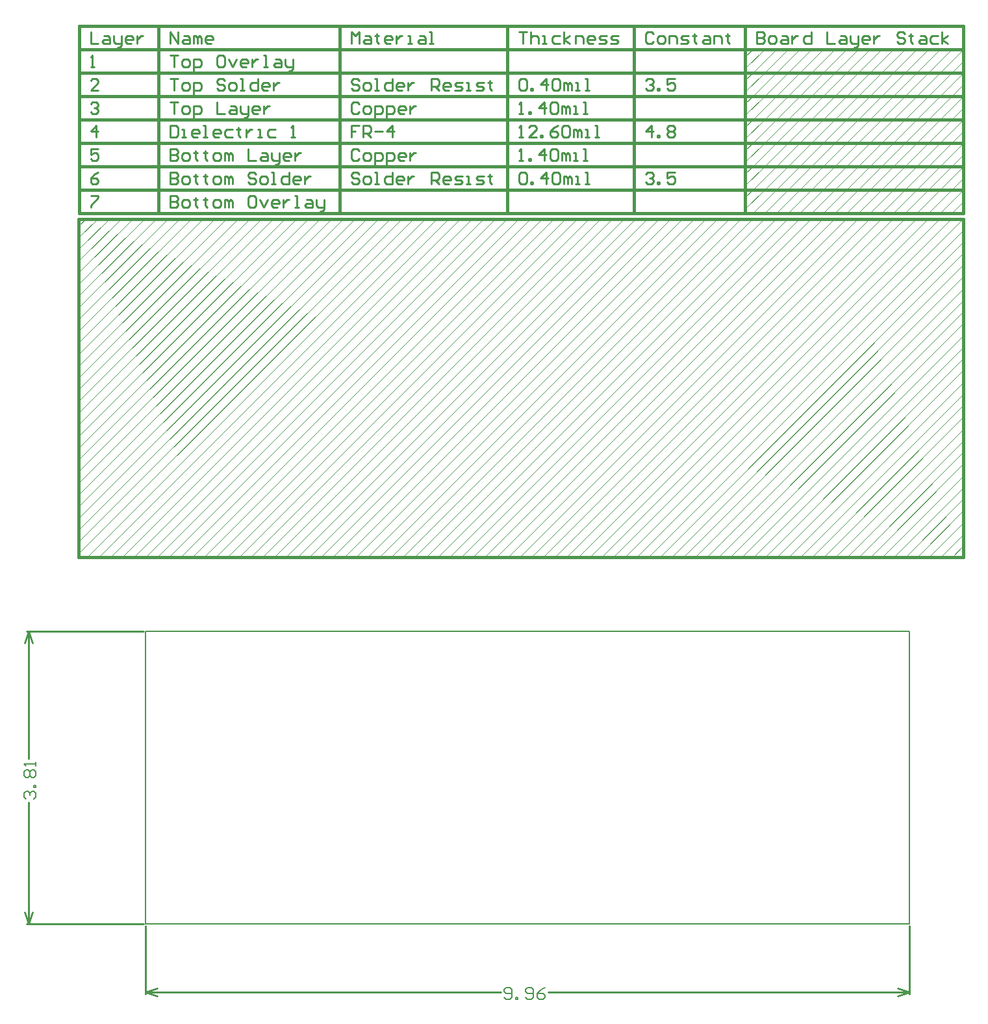
<source format=gm1>
G04 Layer_Color=16711935*
%FSLAX23Y23*%
%MOIN*%
G70*
G01*
G75*
%ADD14C,0.015*%
%ADD24C,0.010*%
%ADD42C,0.001*%
%ADD43C,0.006*%
D14*
X-343Y1878D02*
X4196D01*
Y3614D01*
X-343D02*
X4196D01*
X-343Y1878D02*
Y3614D01*
X4196Y3644D02*
Y4604D01*
X3077Y4364D02*
X4196D01*
X3077Y4244D02*
X4196D01*
X3077Y4124D02*
X4196D01*
X3077Y4004D02*
X4196D01*
X3077Y3884D02*
X4196D01*
X3077Y3764D02*
X4196D01*
X3077Y3644D02*
X4196D01*
X3077D02*
Y4604D01*
X2507Y4364D02*
X3077D01*
X2507Y4244D02*
X3077D01*
X2507Y4124D02*
X3077D01*
X2507Y4004D02*
X3077D01*
X2507Y3884D02*
X3077D01*
X2507Y3764D02*
X3077D01*
X2507Y3644D02*
X3077D01*
X2507D02*
Y4604D01*
X1857Y4364D02*
X2507D01*
X1857Y4244D02*
X2507D01*
X1857Y4124D02*
X2507D01*
X1857Y4004D02*
X2507D01*
X1857Y3884D02*
X2507D01*
X1857Y3764D02*
X2507D01*
X1857Y3644D02*
X2507D01*
X1857D02*
Y4604D01*
X997Y4364D02*
X1857D01*
X997Y4244D02*
X1857D01*
X997Y4124D02*
X1857D01*
X997Y4004D02*
X1857D01*
X997Y3884D02*
X1857D01*
X997Y3764D02*
X1857D01*
X997Y3644D02*
X1857D01*
X997D02*
Y4604D01*
X67Y4364D02*
X997D01*
X67Y4244D02*
X997D01*
X67Y4124D02*
X997D01*
X67Y4004D02*
X997D01*
X67Y3884D02*
X997D01*
X67Y3764D02*
X997D01*
X67Y3644D02*
X997D01*
X67D02*
Y4604D01*
X-342Y4364D02*
X67D01*
X-342Y4244D02*
X67D01*
X-342Y4124D02*
X67D01*
X-342Y4004D02*
X67D01*
X-342Y3884D02*
X67D01*
X-342Y3764D02*
X67D01*
X-342Y3644D02*
X67D01*
X-342D02*
Y4604D01*
X4196D01*
X-342Y4484D02*
X4196D01*
D24*
X3920Y-360D02*
Y-10D01*
X0Y-360D02*
Y-10D01*
X2065Y-350D02*
X3920D01*
X0D02*
X1823D01*
X3860Y-330D02*
X3920Y-350D01*
X3860Y-370D02*
X3920Y-350D01*
X0D02*
X60Y-370D01*
X0Y-350D02*
X60Y-330D01*
X-610Y0D02*
X-10D01*
X-610Y1500D02*
X-10D01*
X-600Y0D02*
Y623D01*
Y845D02*
Y1500D01*
Y0D02*
X-580Y60D01*
X-620D02*
X-600Y0D01*
X-620Y1440D02*
X-600Y1500D01*
X-580Y1440D01*
X3137Y4574D02*
Y4514D01*
X3167D01*
X3177Y4524D01*
Y4534D01*
X3167Y4544D01*
X3137D01*
X3167D01*
X3177Y4554D01*
Y4564D01*
X3167Y4574D01*
X3137D01*
X3207Y4514D02*
X3227D01*
X3237Y4524D01*
Y4544D01*
X3227Y4554D01*
X3207D01*
X3197Y4544D01*
Y4524D01*
X3207Y4514D01*
X3267Y4554D02*
X3287D01*
X3297Y4544D01*
Y4514D01*
X3267D01*
X3257Y4524D01*
X3267Y4534D01*
X3297D01*
X3317Y4554D02*
Y4514D01*
Y4534D01*
X3327Y4544D01*
X3337Y4554D01*
X3347D01*
X3417Y4574D02*
Y4514D01*
X3387D01*
X3377Y4524D01*
Y4544D01*
X3387Y4554D01*
X3417D01*
X3497Y4574D02*
Y4514D01*
X3536D01*
X3566Y4554D02*
X3586D01*
X3596Y4544D01*
Y4514D01*
X3566D01*
X3556Y4524D01*
X3566Y4534D01*
X3596D01*
X3616Y4554D02*
Y4524D01*
X3626Y4514D01*
X3656D01*
Y4504D01*
X3646Y4494D01*
X3636D01*
X3656Y4514D02*
Y4554D01*
X3706Y4514D02*
X3686D01*
X3676Y4524D01*
Y4544D01*
X3686Y4554D01*
X3706D01*
X3716Y4544D01*
Y4534D01*
X3676D01*
X3736Y4554D02*
Y4514D01*
Y4534D01*
X3746Y4544D01*
X3756Y4554D01*
X3766D01*
X3896Y4564D02*
X3886Y4574D01*
X3866D01*
X3856Y4564D01*
Y4554D01*
X3866Y4544D01*
X3886D01*
X3896Y4534D01*
Y4524D01*
X3886Y4514D01*
X3866D01*
X3856Y4524D01*
X3926Y4564D02*
Y4554D01*
X3916D01*
X3936D01*
X3926D01*
Y4524D01*
X3936Y4514D01*
X3976Y4554D02*
X3996D01*
X4006Y4544D01*
Y4514D01*
X3976D01*
X3966Y4524D01*
X3976Y4534D01*
X4006D01*
X4066Y4554D02*
X4036D01*
X4026Y4544D01*
Y4524D01*
X4036Y4514D01*
X4066D01*
X4086D02*
Y4574D01*
Y4534D02*
X4116Y4554D01*
X4086Y4534D02*
X4116Y4514D01*
X2567Y4324D02*
X2577Y4334D01*
X2597D01*
X2607Y4324D01*
Y4314D01*
X2597Y4304D01*
X2587D01*
X2597D01*
X2607Y4294D01*
Y4284D01*
X2597Y4274D01*
X2577D01*
X2567Y4284D01*
X2627Y4274D02*
Y4284D01*
X2637D01*
Y4274D01*
X2627D01*
X2717Y4334D02*
X2677D01*
Y4304D01*
X2697Y4314D01*
X2707D01*
X2717Y4304D01*
Y4284D01*
X2707Y4274D01*
X2687D01*
X2677Y4284D01*
X2597Y4034D02*
Y4094D01*
X2567Y4064D01*
X2607D01*
X2627Y4034D02*
Y4044D01*
X2637D01*
Y4034D01*
X2627D01*
X2677Y4084D02*
X2687Y4094D01*
X2707D01*
X2717Y4084D01*
Y4074D01*
X2707Y4064D01*
X2717Y4054D01*
Y4044D01*
X2707Y4034D01*
X2687D01*
X2677Y4044D01*
Y4054D01*
X2687Y4064D01*
X2677Y4074D01*
Y4084D01*
X2687Y4064D02*
X2707D01*
X2567Y3844D02*
X2577Y3854D01*
X2597D01*
X2607Y3844D01*
Y3834D01*
X2597Y3824D01*
X2587D01*
X2597D01*
X2607Y3814D01*
Y3804D01*
X2597Y3794D01*
X2577D01*
X2567Y3804D01*
X2627Y3794D02*
Y3804D01*
X2637D01*
Y3794D01*
X2627D01*
X2717Y3854D02*
X2677D01*
Y3824D01*
X2697Y3834D01*
X2707D01*
X2717Y3824D01*
Y3804D01*
X2707Y3794D01*
X2687D01*
X2677Y3804D01*
X2607Y4564D02*
X2597Y4574D01*
X2577D01*
X2567Y4564D01*
Y4524D01*
X2577Y4514D01*
X2597D01*
X2607Y4524D01*
X2637Y4514D02*
X2657D01*
X2667Y4524D01*
Y4544D01*
X2657Y4554D01*
X2637D01*
X2627Y4544D01*
Y4524D01*
X2637Y4514D01*
X2687D02*
Y4554D01*
X2717D01*
X2727Y4544D01*
Y4514D01*
X2747D02*
X2777D01*
X2787Y4524D01*
X2777Y4534D01*
X2757D01*
X2747Y4544D01*
X2757Y4554D01*
X2787D01*
X2817Y4564D02*
Y4554D01*
X2807D01*
X2827D01*
X2817D01*
Y4524D01*
X2827Y4514D01*
X2867Y4554D02*
X2887D01*
X2897Y4544D01*
Y4514D01*
X2867D01*
X2857Y4524D01*
X2867Y4534D01*
X2897D01*
X2917Y4514D02*
Y4554D01*
X2947D01*
X2957Y4544D01*
Y4514D01*
X2987Y4564D02*
Y4554D01*
X2977D01*
X2997D01*
X2987D01*
Y4524D01*
X2997Y4514D01*
X1917Y4324D02*
X1927Y4334D01*
X1947D01*
X1957Y4324D01*
Y4284D01*
X1947Y4274D01*
X1927D01*
X1917Y4284D01*
Y4324D01*
X1977Y4274D02*
Y4284D01*
X1987D01*
Y4274D01*
X1977D01*
X2057D02*
Y4334D01*
X2027Y4304D01*
X2067D01*
X2087Y4324D02*
X2097Y4334D01*
X2117D01*
X2127Y4324D01*
Y4284D01*
X2117Y4274D01*
X2097D01*
X2087Y4284D01*
Y4324D01*
X2147Y4274D02*
Y4314D01*
X2157D01*
X2167Y4304D01*
Y4274D01*
Y4304D01*
X2177Y4314D01*
X2187Y4304D01*
Y4274D01*
X2207D02*
X2227D01*
X2217D01*
Y4314D01*
X2207D01*
X2257Y4274D02*
X2277D01*
X2267D01*
Y4334D01*
X2257D01*
X1917Y4154D02*
X1937D01*
X1927D01*
Y4214D01*
X1917Y4204D01*
X1967Y4154D02*
Y4164D01*
X1977D01*
Y4154D01*
X1967D01*
X2047D02*
Y4214D01*
X2017Y4184D01*
X2057D01*
X2077Y4204D02*
X2087Y4214D01*
X2107D01*
X2117Y4204D01*
Y4164D01*
X2107Y4154D01*
X2087D01*
X2077Y4164D01*
Y4204D01*
X2137Y4154D02*
Y4194D01*
X2147D01*
X2157Y4184D01*
Y4154D01*
Y4184D01*
X2167Y4194D01*
X2177Y4184D01*
Y4154D01*
X2197D02*
X2217D01*
X2207D01*
Y4194D01*
X2197D01*
X2247Y4154D02*
X2267D01*
X2257D01*
Y4214D01*
X2247D01*
X1917Y4034D02*
X1937D01*
X1927D01*
Y4094D01*
X1917Y4084D01*
X2007Y4034D02*
X1967D01*
X2007Y4074D01*
Y4084D01*
X1997Y4094D01*
X1977D01*
X1967Y4084D01*
X2027Y4034D02*
Y4044D01*
X2037D01*
Y4034D01*
X2027D01*
X2117Y4094D02*
X2097Y4084D01*
X2077Y4064D01*
Y4044D01*
X2087Y4034D01*
X2107D01*
X2117Y4044D01*
Y4054D01*
X2107Y4064D01*
X2077D01*
X2137Y4084D02*
X2147Y4094D01*
X2167D01*
X2177Y4084D01*
Y4044D01*
X2167Y4034D01*
X2147D01*
X2137Y4044D01*
Y4084D01*
X2197Y4034D02*
Y4074D01*
X2207D01*
X2217Y4064D01*
Y4034D01*
Y4064D01*
X2227Y4074D01*
X2237Y4064D01*
Y4034D01*
X2257D02*
X2277D01*
X2267D01*
Y4074D01*
X2257D01*
X2307Y4034D02*
X2327D01*
X2317D01*
Y4094D01*
X2307D01*
X1917Y3914D02*
X1937D01*
X1927D01*
Y3974D01*
X1917Y3964D01*
X1967Y3914D02*
Y3924D01*
X1977D01*
Y3914D01*
X1967D01*
X2047D02*
Y3974D01*
X2017Y3944D01*
X2057D01*
X2077Y3964D02*
X2087Y3974D01*
X2107D01*
X2117Y3964D01*
Y3924D01*
X2107Y3914D01*
X2087D01*
X2077Y3924D01*
Y3964D01*
X2137Y3914D02*
Y3954D01*
X2147D01*
X2157Y3944D01*
Y3914D01*
Y3944D01*
X2167Y3954D01*
X2177Y3944D01*
Y3914D01*
X2197D02*
X2217D01*
X2207D01*
Y3954D01*
X2197D01*
X2247Y3914D02*
X2267D01*
X2257D01*
Y3974D01*
X2247D01*
X1917Y3844D02*
X1927Y3854D01*
X1947D01*
X1957Y3844D01*
Y3804D01*
X1947Y3794D01*
X1927D01*
X1917Y3804D01*
Y3844D01*
X1977Y3794D02*
Y3804D01*
X1987D01*
Y3794D01*
X1977D01*
X2057D02*
Y3854D01*
X2027Y3824D01*
X2067D01*
X2087Y3844D02*
X2097Y3854D01*
X2117D01*
X2127Y3844D01*
Y3804D01*
X2117Y3794D01*
X2097D01*
X2087Y3804D01*
Y3844D01*
X2147Y3794D02*
Y3834D01*
X2157D01*
X2167Y3824D01*
Y3794D01*
Y3824D01*
X2177Y3834D01*
X2187Y3824D01*
Y3794D01*
X2207D02*
X2227D01*
X2217D01*
Y3834D01*
X2207D01*
X2257Y3794D02*
X2277D01*
X2267D01*
Y3854D01*
X2257D01*
X1917Y4574D02*
X1957D01*
X1937D01*
Y4514D01*
X1977Y4574D02*
Y4514D01*
Y4544D01*
X1987Y4554D01*
X2007D01*
X2017Y4544D01*
Y4514D01*
X2037D02*
X2057D01*
X2047D01*
Y4554D01*
X2037D01*
X2127D02*
X2097D01*
X2087Y4544D01*
Y4524D01*
X2097Y4514D01*
X2127D01*
X2147D02*
Y4574D01*
Y4534D02*
X2177Y4554D01*
X2147Y4534D02*
X2177Y4514D01*
X2207D02*
Y4554D01*
X2237D01*
X2247Y4544D01*
Y4514D01*
X2297D02*
X2277D01*
X2267Y4524D01*
Y4544D01*
X2277Y4554D01*
X2297D01*
X2307Y4544D01*
Y4534D01*
X2267D01*
X2327Y4514D02*
X2357D01*
X2367Y4524D01*
X2357Y4534D01*
X2337D01*
X2327Y4544D01*
X2337Y4554D01*
X2367D01*
X2387Y4514D02*
X2417D01*
X2427Y4524D01*
X2417Y4534D01*
X2397D01*
X2387Y4544D01*
X2397Y4554D01*
X2427D01*
X1097Y4324D02*
X1087Y4334D01*
X1067D01*
X1057Y4324D01*
Y4314D01*
X1067Y4304D01*
X1087D01*
X1097Y4294D01*
Y4284D01*
X1087Y4274D01*
X1067D01*
X1057Y4284D01*
X1127Y4274D02*
X1147D01*
X1157Y4284D01*
Y4304D01*
X1147Y4314D01*
X1127D01*
X1117Y4304D01*
Y4284D01*
X1127Y4274D01*
X1177D02*
X1197D01*
X1187D01*
Y4334D01*
X1177D01*
X1267D02*
Y4274D01*
X1237D01*
X1227Y4284D01*
Y4304D01*
X1237Y4314D01*
X1267D01*
X1317Y4274D02*
X1297D01*
X1287Y4284D01*
Y4304D01*
X1297Y4314D01*
X1317D01*
X1327Y4304D01*
Y4294D01*
X1287D01*
X1347Y4314D02*
Y4274D01*
Y4294D01*
X1357Y4304D01*
X1367Y4314D01*
X1377D01*
X1467Y4274D02*
Y4334D01*
X1497D01*
X1507Y4324D01*
Y4304D01*
X1497Y4294D01*
X1467D01*
X1487D02*
X1507Y4274D01*
X1557D02*
X1537D01*
X1527Y4284D01*
Y4304D01*
X1537Y4314D01*
X1557D01*
X1567Y4304D01*
Y4294D01*
X1527D01*
X1587Y4274D02*
X1617D01*
X1627Y4284D01*
X1617Y4294D01*
X1597D01*
X1587Y4304D01*
X1597Y4314D01*
X1627D01*
X1647Y4274D02*
X1667D01*
X1657D01*
Y4314D01*
X1647D01*
X1697Y4274D02*
X1727D01*
X1737Y4284D01*
X1727Y4294D01*
X1707D01*
X1697Y4304D01*
X1707Y4314D01*
X1737D01*
X1767Y4324D02*
Y4314D01*
X1757D01*
X1777D01*
X1767D01*
Y4284D01*
X1777Y4274D01*
X1097Y4204D02*
X1087Y4214D01*
X1067D01*
X1057Y4204D01*
Y4164D01*
X1067Y4154D01*
X1087D01*
X1097Y4164D01*
X1127Y4154D02*
X1147D01*
X1157Y4164D01*
Y4184D01*
X1147Y4194D01*
X1127D01*
X1117Y4184D01*
Y4164D01*
X1127Y4154D01*
X1177Y4134D02*
Y4194D01*
X1207D01*
X1217Y4184D01*
Y4164D01*
X1207Y4154D01*
X1177D01*
X1237Y4134D02*
Y4194D01*
X1267D01*
X1277Y4184D01*
Y4164D01*
X1267Y4154D01*
X1237D01*
X1327D02*
X1307D01*
X1297Y4164D01*
Y4184D01*
X1307Y4194D01*
X1327D01*
X1337Y4184D01*
Y4174D01*
X1297D01*
X1357Y4194D02*
Y4154D01*
Y4174D01*
X1367Y4184D01*
X1377Y4194D01*
X1387D01*
X1097Y4094D02*
X1057D01*
Y4064D01*
X1077D01*
X1057D01*
Y4034D01*
X1117D02*
Y4094D01*
X1147D01*
X1157Y4084D01*
Y4064D01*
X1147Y4054D01*
X1117D01*
X1137D02*
X1157Y4034D01*
X1177Y4064D02*
X1217D01*
X1267Y4034D02*
Y4094D01*
X1237Y4064D01*
X1277D01*
X1097Y3964D02*
X1087Y3974D01*
X1067D01*
X1057Y3964D01*
Y3924D01*
X1067Y3914D01*
X1087D01*
X1097Y3924D01*
X1127Y3914D02*
X1147D01*
X1157Y3924D01*
Y3944D01*
X1147Y3954D01*
X1127D01*
X1117Y3944D01*
Y3924D01*
X1127Y3914D01*
X1177Y3894D02*
Y3954D01*
X1207D01*
X1217Y3944D01*
Y3924D01*
X1207Y3914D01*
X1177D01*
X1237Y3894D02*
Y3954D01*
X1267D01*
X1277Y3944D01*
Y3924D01*
X1267Y3914D01*
X1237D01*
X1327D02*
X1307D01*
X1297Y3924D01*
Y3944D01*
X1307Y3954D01*
X1327D01*
X1337Y3944D01*
Y3934D01*
X1297D01*
X1357Y3954D02*
Y3914D01*
Y3934D01*
X1367Y3944D01*
X1377Y3954D01*
X1387D01*
X1097Y3844D02*
X1087Y3854D01*
X1067D01*
X1057Y3844D01*
Y3834D01*
X1067Y3824D01*
X1087D01*
X1097Y3814D01*
Y3804D01*
X1087Y3794D01*
X1067D01*
X1057Y3804D01*
X1127Y3794D02*
X1147D01*
X1157Y3804D01*
Y3824D01*
X1147Y3834D01*
X1127D01*
X1117Y3824D01*
Y3804D01*
X1127Y3794D01*
X1177D02*
X1197D01*
X1187D01*
Y3854D01*
X1177D01*
X1267D02*
Y3794D01*
X1237D01*
X1227Y3804D01*
Y3824D01*
X1237Y3834D01*
X1267D01*
X1317Y3794D02*
X1297D01*
X1287Y3804D01*
Y3824D01*
X1297Y3834D01*
X1317D01*
X1327Y3824D01*
Y3814D01*
X1287D01*
X1347Y3834D02*
Y3794D01*
Y3814D01*
X1357Y3824D01*
X1367Y3834D01*
X1377D01*
X1467Y3794D02*
Y3854D01*
X1497D01*
X1507Y3844D01*
Y3824D01*
X1497Y3814D01*
X1467D01*
X1487D02*
X1507Y3794D01*
X1557D02*
X1537D01*
X1527Y3804D01*
Y3824D01*
X1537Y3834D01*
X1557D01*
X1567Y3824D01*
Y3814D01*
X1527D01*
X1587Y3794D02*
X1617D01*
X1627Y3804D01*
X1617Y3814D01*
X1597D01*
X1587Y3824D01*
X1597Y3834D01*
X1627D01*
X1647Y3794D02*
X1667D01*
X1657D01*
Y3834D01*
X1647D01*
X1697Y3794D02*
X1727D01*
X1737Y3804D01*
X1727Y3814D01*
X1707D01*
X1697Y3824D01*
X1707Y3834D01*
X1737D01*
X1767Y3844D02*
Y3834D01*
X1757D01*
X1777D01*
X1767D01*
Y3804D01*
X1777Y3794D01*
X1057Y4514D02*
Y4574D01*
X1077Y4554D01*
X1097Y4574D01*
Y4514D01*
X1127Y4554D02*
X1147D01*
X1157Y4544D01*
Y4514D01*
X1127D01*
X1117Y4524D01*
X1127Y4534D01*
X1157D01*
X1187Y4564D02*
Y4554D01*
X1177D01*
X1197D01*
X1187D01*
Y4524D01*
X1197Y4514D01*
X1257D02*
X1237D01*
X1227Y4524D01*
Y4544D01*
X1237Y4554D01*
X1257D01*
X1267Y4544D01*
Y4534D01*
X1227D01*
X1287Y4554D02*
Y4514D01*
Y4534D01*
X1297Y4544D01*
X1307Y4554D01*
X1317D01*
X1347Y4514D02*
X1367D01*
X1357D01*
Y4554D01*
X1347D01*
X1407D02*
X1427D01*
X1437Y4544D01*
Y4514D01*
X1407D01*
X1397Y4524D01*
X1407Y4534D01*
X1437D01*
X1457Y4514D02*
X1477D01*
X1467D01*
Y4574D01*
X1457D01*
X127Y4454D02*
X167D01*
X147D01*
Y4394D01*
X197D02*
X217D01*
X227Y4404D01*
Y4424D01*
X217Y4434D01*
X197D01*
X187Y4424D01*
Y4404D01*
X197Y4394D01*
X247Y4374D02*
Y4434D01*
X277D01*
X287Y4424D01*
Y4404D01*
X277Y4394D01*
X247D01*
X397Y4454D02*
X377D01*
X367Y4444D01*
Y4404D01*
X377Y4394D01*
X397D01*
X407Y4404D01*
Y4444D01*
X397Y4454D01*
X427Y4434D02*
X447Y4394D01*
X467Y4434D01*
X517Y4394D02*
X497D01*
X487Y4404D01*
Y4424D01*
X497Y4434D01*
X517D01*
X527Y4424D01*
Y4414D01*
X487D01*
X547Y4434D02*
Y4394D01*
Y4414D01*
X557Y4424D01*
X567Y4434D01*
X577D01*
X607Y4394D02*
X627D01*
X617D01*
Y4454D01*
X607D01*
X667Y4434D02*
X687D01*
X697Y4424D01*
Y4394D01*
X667D01*
X657Y4404D01*
X667Y4414D01*
X697D01*
X717Y4434D02*
Y4404D01*
X727Y4394D01*
X757D01*
Y4384D01*
X747Y4374D01*
X737D01*
X757Y4394D02*
Y4434D01*
X127Y4334D02*
X167D01*
X147D01*
Y4274D01*
X197D02*
X217D01*
X227Y4284D01*
Y4304D01*
X217Y4314D01*
X197D01*
X187Y4304D01*
Y4284D01*
X197Y4274D01*
X247Y4254D02*
Y4314D01*
X277D01*
X287Y4304D01*
Y4284D01*
X277Y4274D01*
X247D01*
X407Y4324D02*
X397Y4334D01*
X377D01*
X367Y4324D01*
Y4314D01*
X377Y4304D01*
X397D01*
X407Y4294D01*
Y4284D01*
X397Y4274D01*
X377D01*
X367Y4284D01*
X437Y4274D02*
X457D01*
X467Y4284D01*
Y4304D01*
X457Y4314D01*
X437D01*
X427Y4304D01*
Y4284D01*
X437Y4274D01*
X487D02*
X507D01*
X497D01*
Y4334D01*
X487D01*
X577D02*
Y4274D01*
X547D01*
X537Y4284D01*
Y4304D01*
X547Y4314D01*
X577D01*
X627Y4274D02*
X607D01*
X597Y4284D01*
Y4304D01*
X607Y4314D01*
X627D01*
X637Y4304D01*
Y4294D01*
X597D01*
X657Y4314D02*
Y4274D01*
Y4294D01*
X667Y4304D01*
X677Y4314D01*
X687D01*
X127Y4214D02*
X167D01*
X147D01*
Y4154D01*
X197D02*
X217D01*
X227Y4164D01*
Y4184D01*
X217Y4194D01*
X197D01*
X187Y4184D01*
Y4164D01*
X197Y4154D01*
X247Y4134D02*
Y4194D01*
X277D01*
X287Y4184D01*
Y4164D01*
X277Y4154D01*
X247D01*
X367Y4214D02*
Y4154D01*
X407D01*
X437Y4194D02*
X457D01*
X467Y4184D01*
Y4154D01*
X437D01*
X427Y4164D01*
X437Y4174D01*
X467D01*
X487Y4194D02*
Y4164D01*
X497Y4154D01*
X527D01*
Y4144D01*
X517Y4134D01*
X507D01*
X527Y4154D02*
Y4194D01*
X577Y4154D02*
X557D01*
X547Y4164D01*
Y4184D01*
X557Y4194D01*
X577D01*
X587Y4184D01*
Y4174D01*
X547D01*
X607Y4194D02*
Y4154D01*
Y4174D01*
X617Y4184D01*
X627Y4194D01*
X637D01*
X127Y4094D02*
Y4034D01*
X157D01*
X167Y4044D01*
Y4084D01*
X157Y4094D01*
X127D01*
X187Y4034D02*
X207D01*
X197D01*
Y4074D01*
X187D01*
X267Y4034D02*
X247D01*
X237Y4044D01*
Y4064D01*
X247Y4074D01*
X267D01*
X277Y4064D01*
Y4054D01*
X237D01*
X297Y4034D02*
X317D01*
X307D01*
Y4094D01*
X297D01*
X377Y4034D02*
X357D01*
X347Y4044D01*
Y4064D01*
X357Y4074D01*
X377D01*
X387Y4064D01*
Y4054D01*
X347D01*
X447Y4074D02*
X417D01*
X407Y4064D01*
Y4044D01*
X417Y4034D01*
X447D01*
X477Y4084D02*
Y4074D01*
X467D01*
X487D01*
X477D01*
Y4044D01*
X487Y4034D01*
X517Y4074D02*
Y4034D01*
Y4054D01*
X527Y4064D01*
X537Y4074D01*
X547D01*
X577Y4034D02*
X597D01*
X587D01*
Y4074D01*
X577D01*
X667D02*
X637D01*
X627Y4064D01*
Y4044D01*
X637Y4034D01*
X667D01*
X747D02*
X767D01*
X757D01*
Y4094D01*
X747Y4084D01*
X127Y3974D02*
Y3914D01*
X157D01*
X167Y3924D01*
Y3934D01*
X157Y3944D01*
X127D01*
X157D01*
X167Y3954D01*
Y3964D01*
X157Y3974D01*
X127D01*
X197Y3914D02*
X217D01*
X227Y3924D01*
Y3944D01*
X217Y3954D01*
X197D01*
X187Y3944D01*
Y3924D01*
X197Y3914D01*
X257Y3964D02*
Y3954D01*
X247D01*
X267D01*
X257D01*
Y3924D01*
X267Y3914D01*
X307Y3964D02*
Y3954D01*
X297D01*
X317D01*
X307D01*
Y3924D01*
X317Y3914D01*
X357D02*
X377D01*
X387Y3924D01*
Y3944D01*
X377Y3954D01*
X357D01*
X347Y3944D01*
Y3924D01*
X357Y3914D01*
X407D02*
Y3954D01*
X417D01*
X427Y3944D01*
Y3914D01*
Y3944D01*
X437Y3954D01*
X447Y3944D01*
Y3914D01*
X527Y3974D02*
Y3914D01*
X567D01*
X597Y3954D02*
X617D01*
X627Y3944D01*
Y3914D01*
X597D01*
X587Y3924D01*
X597Y3934D01*
X627D01*
X647Y3954D02*
Y3924D01*
X657Y3914D01*
X687D01*
Y3904D01*
X677Y3894D01*
X667D01*
X687Y3914D02*
Y3954D01*
X737Y3914D02*
X717D01*
X707Y3924D01*
Y3944D01*
X717Y3954D01*
X737D01*
X747Y3944D01*
Y3934D01*
X707D01*
X767Y3954D02*
Y3914D01*
Y3934D01*
X777Y3944D01*
X787Y3954D01*
X797D01*
X127Y3854D02*
Y3794D01*
X157D01*
X167Y3804D01*
Y3814D01*
X157Y3824D01*
X127D01*
X157D01*
X167Y3834D01*
Y3844D01*
X157Y3854D01*
X127D01*
X197Y3794D02*
X217D01*
X227Y3804D01*
Y3824D01*
X217Y3834D01*
X197D01*
X187Y3824D01*
Y3804D01*
X197Y3794D01*
X257Y3844D02*
Y3834D01*
X247D01*
X267D01*
X257D01*
Y3804D01*
X267Y3794D01*
X307Y3844D02*
Y3834D01*
X297D01*
X317D01*
X307D01*
Y3804D01*
X317Y3794D01*
X357D02*
X377D01*
X387Y3804D01*
Y3824D01*
X377Y3834D01*
X357D01*
X347Y3824D01*
Y3804D01*
X357Y3794D01*
X407D02*
Y3834D01*
X417D01*
X427Y3824D01*
Y3794D01*
Y3824D01*
X437Y3834D01*
X447Y3824D01*
Y3794D01*
X567Y3844D02*
X557Y3854D01*
X537D01*
X527Y3844D01*
Y3834D01*
X537Y3824D01*
X557D01*
X567Y3814D01*
Y3804D01*
X557Y3794D01*
X537D01*
X527Y3804D01*
X597Y3794D02*
X617D01*
X627Y3804D01*
Y3824D01*
X617Y3834D01*
X597D01*
X587Y3824D01*
Y3804D01*
X597Y3794D01*
X647D02*
X667D01*
X657D01*
Y3854D01*
X647D01*
X737D02*
Y3794D01*
X707D01*
X697Y3804D01*
Y3824D01*
X707Y3834D01*
X737D01*
X787Y3794D02*
X767D01*
X757Y3804D01*
Y3824D01*
X767Y3834D01*
X787D01*
X797Y3824D01*
Y3814D01*
X757D01*
X817Y3834D02*
Y3794D01*
Y3814D01*
X827Y3824D01*
X837Y3834D01*
X847D01*
X127Y3734D02*
Y3674D01*
X157D01*
X167Y3684D01*
Y3694D01*
X157Y3704D01*
X127D01*
X157D01*
X167Y3714D01*
Y3724D01*
X157Y3734D01*
X127D01*
X197Y3674D02*
X217D01*
X227Y3684D01*
Y3704D01*
X217Y3714D01*
X197D01*
X187Y3704D01*
Y3684D01*
X197Y3674D01*
X257Y3724D02*
Y3714D01*
X247D01*
X267D01*
X257D01*
Y3684D01*
X267Y3674D01*
X307Y3724D02*
Y3714D01*
X297D01*
X317D01*
X307D01*
Y3684D01*
X317Y3674D01*
X357D02*
X377D01*
X387Y3684D01*
Y3704D01*
X377Y3714D01*
X357D01*
X347Y3704D01*
Y3684D01*
X357Y3674D01*
X407D02*
Y3714D01*
X417D01*
X427Y3704D01*
Y3674D01*
Y3704D01*
X437Y3714D01*
X447Y3704D01*
Y3674D01*
X557Y3734D02*
X537D01*
X527Y3724D01*
Y3684D01*
X537Y3674D01*
X557D01*
X567Y3684D01*
Y3724D01*
X557Y3734D01*
X587Y3714D02*
X607Y3674D01*
X627Y3714D01*
X677Y3674D02*
X657D01*
X647Y3684D01*
Y3704D01*
X657Y3714D01*
X677D01*
X687Y3704D01*
Y3694D01*
X647D01*
X707Y3714D02*
Y3674D01*
Y3694D01*
X717Y3704D01*
X727Y3714D01*
X737D01*
X767Y3674D02*
X787D01*
X777D01*
Y3734D01*
X767D01*
X827Y3714D02*
X847D01*
X857Y3704D01*
Y3674D01*
X827D01*
X817Y3684D01*
X827Y3694D01*
X857D01*
X877Y3714D02*
Y3684D01*
X887Y3674D01*
X917D01*
Y3664D01*
X907Y3654D01*
X897D01*
X917Y3674D02*
Y3714D01*
X127Y4514D02*
Y4574D01*
X167Y4514D01*
Y4574D01*
X197Y4554D02*
X217D01*
X227Y4544D01*
Y4514D01*
X197D01*
X187Y4524D01*
X197Y4534D01*
X227D01*
X247Y4514D02*
Y4554D01*
X257D01*
X267Y4544D01*
Y4514D01*
Y4544D01*
X277Y4554D01*
X287Y4544D01*
Y4514D01*
X337D02*
X317D01*
X307Y4524D01*
Y4544D01*
X317Y4554D01*
X337D01*
X347Y4544D01*
Y4534D01*
X307D01*
X-282Y4394D02*
X-263D01*
X-273D01*
Y4454D01*
X-282Y4444D01*
X-243Y4274D02*
X-282D01*
X-243Y4314D01*
Y4324D01*
X-253Y4334D01*
X-273D01*
X-282Y4324D01*
Y4204D02*
X-273Y4214D01*
X-253D01*
X-243Y4204D01*
Y4194D01*
X-253Y4184D01*
X-263D01*
X-253D01*
X-243Y4174D01*
Y4164D01*
X-253Y4154D01*
X-273D01*
X-282Y4164D01*
X-253Y4034D02*
Y4094D01*
X-282Y4064D01*
X-243D01*
Y3974D02*
X-282D01*
Y3944D01*
X-263Y3954D01*
X-253D01*
X-243Y3944D01*
Y3924D01*
X-253Y3914D01*
X-273D01*
X-282Y3924D01*
X-243Y3854D02*
X-263Y3844D01*
X-282Y3824D01*
Y3804D01*
X-273Y3794D01*
X-253D01*
X-243Y3804D01*
Y3814D01*
X-253Y3824D01*
X-282D01*
Y3734D02*
X-243D01*
Y3724D01*
X-282Y3684D01*
Y3674D01*
Y4574D02*
Y4514D01*
X-243D01*
X-213Y4554D02*
X-193D01*
X-183Y4544D01*
Y4514D01*
X-213D01*
X-223Y4524D01*
X-213Y4534D01*
X-183D01*
X-163Y4554D02*
Y4524D01*
X-153Y4514D01*
X-123D01*
Y4504D01*
X-133Y4494D01*
X-143D01*
X-123Y4514D02*
Y4554D01*
X-73Y4514D02*
X-93D01*
X-103Y4524D01*
Y4544D01*
X-93Y4554D01*
X-73D01*
X-63Y4544D01*
Y4534D01*
X-103D01*
X-43Y4554D02*
Y4514D01*
Y4534D01*
X-33Y4544D01*
X-23Y4554D01*
X-13D01*
D42*
X-343Y3579D02*
X-306Y3615D01*
X-343Y3519D02*
X-246Y3615D01*
X-343Y3459D02*
X-186Y3615D01*
X-343Y3399D02*
X-126Y3615D01*
X-343Y3339D02*
X-66Y3615D01*
X-343Y3279D02*
X-6Y3615D01*
X-343Y3219D02*
X54Y3615D01*
X-343Y3159D02*
X114Y3615D01*
X-343Y3099D02*
X174Y3615D01*
X-343Y3039D02*
X234Y3615D01*
X-343Y2979D02*
X294Y3615D01*
X-343Y2919D02*
X354Y3615D01*
X-343Y2859D02*
X414Y3615D01*
X-343Y2799D02*
X474Y3615D01*
X-343Y2739D02*
X534Y3615D01*
X-343Y2679D02*
X594Y3615D01*
X-343Y2619D02*
X654Y3615D01*
X-343Y2559D02*
X714Y3615D01*
X-343Y2499D02*
X774Y3615D01*
X-343Y2439D02*
X834Y3615D01*
X-343Y2379D02*
X894Y3615D01*
X-343Y2319D02*
X954Y3615D01*
X-343Y2259D02*
X1014Y3615D01*
X-343Y2199D02*
X1074Y3615D01*
X-343Y2139D02*
X1134Y3615D01*
X-343Y2079D02*
X1194Y3615D01*
X-343Y2019D02*
X1254Y3615D01*
X-343Y1959D02*
X1314Y3615D01*
X-343Y1899D02*
X1374Y3615D01*
X-304Y1877D02*
X1434Y3615D01*
X-244Y1877D02*
X1494Y3615D01*
X-184Y1877D02*
X1554Y3615D01*
X-124Y1877D02*
X1614Y3615D01*
X-64Y1877D02*
X1674Y3615D01*
X-4Y1877D02*
X1734Y3615D01*
X56Y1877D02*
X1794Y3615D01*
X116Y1877D02*
X1854Y3615D01*
X176Y1877D02*
X1914Y3615D01*
X236Y1877D02*
X1974Y3615D01*
X296Y1877D02*
X2034Y3615D01*
X356Y1877D02*
X2094Y3615D01*
X416Y1877D02*
X2154Y3615D01*
X476Y1877D02*
X2214Y3615D01*
X536Y1877D02*
X2274Y3615D01*
X596Y1877D02*
X2334Y3615D01*
X656Y1877D02*
X2394Y3615D01*
X716Y1877D02*
X2454Y3615D01*
X776Y1877D02*
X2514Y3615D01*
X836Y1877D02*
X2574Y3615D01*
X896Y1877D02*
X2634Y3615D01*
X956Y1877D02*
X2694Y3615D01*
X1016Y1877D02*
X2754Y3615D01*
X1076Y1877D02*
X2814Y3615D01*
X1136Y1877D02*
X2874Y3615D01*
X1196Y1877D02*
X2934Y3615D01*
X1256Y1877D02*
X2994Y3615D01*
X1316Y1877D02*
X3054Y3615D01*
X1376Y1877D02*
X3114Y3615D01*
X1436Y1877D02*
X3174Y3615D01*
X1496Y1877D02*
X3234Y3615D01*
X1556Y1877D02*
X3294Y3615D01*
X1616Y1877D02*
X3354Y3615D01*
X1676Y1877D02*
X3414Y3615D01*
X1736Y1877D02*
X3474Y3615D01*
X1796Y1877D02*
X3534Y3615D01*
X1856Y1877D02*
X3594Y3615D01*
X1916Y1877D02*
X3654Y3615D01*
X1976Y1877D02*
X3714Y3615D01*
X2036Y1877D02*
X3774Y3615D01*
X2096Y1877D02*
X3834Y3615D01*
X2156Y1877D02*
X3894Y3615D01*
X2216Y1877D02*
X3954Y3615D01*
X2276Y1877D02*
X4014Y3615D01*
X2336Y1877D02*
X4074Y3615D01*
X2396Y1877D02*
X4134Y3615D01*
X2456Y1877D02*
X4194Y3615D01*
X2516Y1877D02*
X4196Y3557D01*
X2576Y1877D02*
X4196Y3497D01*
X2636Y1877D02*
X4196Y3438D01*
X2696Y1877D02*
X4196Y3378D01*
X2756Y1877D02*
X4196Y3318D01*
X2816Y1877D02*
X4196Y3257D01*
X2876Y1877D02*
X4196Y3197D01*
X2936Y1877D02*
X4196Y3138D01*
X2996Y1877D02*
X4196Y3078D01*
X3056Y1877D02*
X4196Y3017D01*
X3116Y1877D02*
X4196Y2957D01*
X3176Y1877D02*
X4196Y2898D01*
X3236Y1877D02*
X4196Y2838D01*
X3296Y1877D02*
X4196Y2777D01*
X3356Y1877D02*
X4196Y2717D01*
X3416Y1877D02*
X4196Y2658D01*
X3476Y1877D02*
X4196Y2598D01*
X3536Y1877D02*
X4196Y2537D01*
X3596Y1877D02*
X4196Y2477D01*
X3656Y1877D02*
X4196Y2418D01*
X3716Y1877D02*
X4196Y2358D01*
X3776Y1877D02*
X4196Y2297D01*
X3836Y1877D02*
X4196Y2237D01*
X3896Y1877D02*
X4196Y2178D01*
X3956Y1877D02*
X4196Y2118D01*
X4016Y1877D02*
X4196Y2057D01*
X4076Y1877D02*
X4196Y1997D01*
X4136Y1877D02*
X4196Y1938D01*
X3077Y4445D02*
X3116Y4484D01*
X3077Y4385D02*
X3176Y4484D01*
X3116Y4364D02*
X3236Y4484D01*
X3176Y4364D02*
X3296Y4484D01*
X3236Y4364D02*
X3356Y4484D01*
X3296Y4364D02*
X3416Y4484D01*
X3356Y4364D02*
X3476Y4484D01*
X3416Y4364D02*
X3536Y4484D01*
X3476Y4364D02*
X3596Y4484D01*
X3536Y4364D02*
X3656Y4484D01*
X3596Y4364D02*
X3716Y4484D01*
X3656Y4364D02*
X3776Y4484D01*
X3716Y4364D02*
X3836Y4484D01*
X3776Y4364D02*
X3896Y4484D01*
X3836Y4364D02*
X3956Y4484D01*
X3896Y4364D02*
X4016Y4484D01*
X3956Y4364D02*
X4076Y4484D01*
X4016Y4364D02*
X4136Y4484D01*
X4076Y4364D02*
X4196Y4484D01*
X4136Y4364D02*
X4196Y4424D01*
X3077Y4325D02*
X3116Y4364D01*
X3077Y4265D02*
X3176Y4364D01*
X3116Y4244D02*
X3236Y4364D01*
X3176Y4244D02*
X3296Y4364D01*
X3236Y4244D02*
X3356Y4364D01*
X3296Y4244D02*
X3416Y4364D01*
X3356Y4244D02*
X3476Y4364D01*
X3416Y4244D02*
X3536Y4364D01*
X3476Y4244D02*
X3596Y4364D01*
X3536Y4244D02*
X3656Y4364D01*
X3596Y4244D02*
X3716Y4364D01*
X3656Y4244D02*
X3776Y4364D01*
X3716Y4244D02*
X3836Y4364D01*
X3776Y4244D02*
X3896Y4364D01*
X3836Y4244D02*
X3956Y4364D01*
X3896Y4244D02*
X4016Y4364D01*
X3956Y4244D02*
X4076Y4364D01*
X4016Y4244D02*
X4136Y4364D01*
X4076Y4244D02*
X4196Y4364D01*
X4136Y4244D02*
X4196Y4304D01*
X3077Y4205D02*
X3116Y4244D01*
X3077Y4145D02*
X3176Y4244D01*
X3116Y4124D02*
X3236Y4244D01*
X3176Y4124D02*
X3296Y4244D01*
X3236Y4124D02*
X3356Y4244D01*
X3296Y4124D02*
X3416Y4244D01*
X3356Y4124D02*
X3476Y4244D01*
X3416Y4124D02*
X3536Y4244D01*
X3476Y4124D02*
X3596Y4244D01*
X3536Y4124D02*
X3656Y4244D01*
X3596Y4124D02*
X3716Y4244D01*
X3656Y4124D02*
X3776Y4244D01*
X3716Y4124D02*
X3836Y4244D01*
X3776Y4124D02*
X3896Y4244D01*
X3836Y4124D02*
X3956Y4244D01*
X3896Y4124D02*
X4016Y4244D01*
X3956Y4124D02*
X4076Y4244D01*
X4016Y4124D02*
X4136Y4244D01*
X4076Y4124D02*
X4196Y4244D01*
X4136Y4124D02*
X4196Y4184D01*
X3077Y4085D02*
X3116Y4124D01*
X3077Y4025D02*
X3176Y4124D01*
X3116Y4004D02*
X3236Y4124D01*
X3176Y4004D02*
X3296Y4124D01*
X3236Y4004D02*
X3356Y4124D01*
X3296Y4004D02*
X3416Y4124D01*
X3356Y4004D02*
X3476Y4124D01*
X3416Y4004D02*
X3536Y4124D01*
X3476Y4004D02*
X3596Y4124D01*
X3536Y4004D02*
X3656Y4124D01*
X3596Y4004D02*
X3716Y4124D01*
X3656Y4004D02*
X3776Y4124D01*
X3716Y4004D02*
X3836Y4124D01*
X3776Y4004D02*
X3896Y4124D01*
X3836Y4004D02*
X3956Y4124D01*
X3896Y4004D02*
X4016Y4124D01*
X3956Y4004D02*
X4076Y4124D01*
X4016Y4004D02*
X4136Y4124D01*
X4076Y4004D02*
X4196Y4124D01*
X4136Y4004D02*
X4196Y4064D01*
X3077Y3965D02*
X3116Y4004D01*
X3077Y3905D02*
X3176Y4004D01*
X3116Y3884D02*
X3236Y4004D01*
X3176Y3884D02*
X3296Y4004D01*
X3236Y3884D02*
X3356Y4004D01*
X3296Y3884D02*
X3416Y4004D01*
X3356Y3884D02*
X3476Y4004D01*
X3416Y3884D02*
X3536Y4004D01*
X3476Y3884D02*
X3596Y4004D01*
X3536Y3884D02*
X3656Y4004D01*
X3596Y3884D02*
X3716Y4004D01*
X3656Y3884D02*
X3776Y4004D01*
X3716Y3884D02*
X3836Y4004D01*
X3776Y3884D02*
X3896Y4004D01*
X3836Y3884D02*
X3956Y4004D01*
X3896Y3884D02*
X4016Y4004D01*
X3956Y3884D02*
X4076Y4004D01*
X4016Y3884D02*
X4136Y4004D01*
X4076Y3884D02*
X4196Y4004D01*
X4136Y3884D02*
X4196Y3944D01*
X3077Y3845D02*
X3116Y3884D01*
X3077Y3785D02*
X3176Y3884D01*
X3116Y3764D02*
X3236Y3884D01*
X3176Y3764D02*
X3296Y3884D01*
X3236Y3764D02*
X3356Y3884D01*
X3296Y3764D02*
X3416Y3884D01*
X3356Y3764D02*
X3476Y3884D01*
X3416Y3764D02*
X3536Y3884D01*
X3476Y3764D02*
X3596Y3884D01*
X3536Y3764D02*
X3656Y3884D01*
X3596Y3764D02*
X3716Y3884D01*
X3656Y3764D02*
X3776Y3884D01*
X3716Y3764D02*
X3836Y3884D01*
X3776Y3764D02*
X3896Y3884D01*
X3836Y3764D02*
X3956Y3884D01*
X3896Y3764D02*
X4016Y3884D01*
X3956Y3764D02*
X4076Y3884D01*
X4016Y3764D02*
X4136Y3884D01*
X4076Y3764D02*
X4196Y3884D01*
X4136Y3764D02*
X4196Y3824D01*
X3077Y3725D02*
X3116Y3764D01*
X3077Y3665D02*
X3176Y3764D01*
X3116Y3644D02*
X3236Y3764D01*
X3176Y3644D02*
X3296Y3764D01*
X3236Y3644D02*
X3356Y3764D01*
X3296Y3644D02*
X3416Y3764D01*
X3356Y3644D02*
X3476Y3764D01*
X3416Y3644D02*
X3536Y3764D01*
X3476Y3644D02*
X3596Y3764D01*
X3536Y3644D02*
X3656Y3764D01*
X3596Y3644D02*
X3716Y3764D01*
X3656Y3644D02*
X3776Y3764D01*
X3716Y3644D02*
X3836Y3764D01*
X3776Y3644D02*
X3896Y3764D01*
X3836Y3644D02*
X3956Y3764D01*
X3896Y3644D02*
X4016Y3764D01*
X3956Y3644D02*
X4076Y3764D01*
X4016Y3644D02*
X4136Y3764D01*
X4076Y3644D02*
X4196Y3764D01*
X4136Y3644D02*
X4196Y3704D01*
D43*
X0Y0D02*
X3920D01*
Y1500D01*
X0D02*
X3920D01*
X0Y0D02*
Y1500D01*
X1839Y-376D02*
X1849Y-386D01*
X1869D01*
X1879Y-376D01*
Y-336D01*
X1869Y-326D01*
X1849D01*
X1839Y-336D01*
Y-346D01*
X1849Y-356D01*
X1879D01*
X1899Y-386D02*
Y-376D01*
X1909D01*
Y-386D01*
X1899D01*
X1949Y-376D02*
X1959Y-386D01*
X1979D01*
X1989Y-376D01*
Y-336D01*
X1979Y-326D01*
X1959D01*
X1949Y-336D01*
Y-346D01*
X1959Y-356D01*
X1989D01*
X2049Y-326D02*
X2029Y-336D01*
X2009Y-356D01*
Y-376D01*
X2019Y-386D01*
X2039D01*
X2049Y-376D01*
Y-366D01*
X2039Y-356D01*
X2009D01*
X-614Y639D02*
X-624Y649D01*
Y669D01*
X-614Y679D01*
X-604D01*
X-594Y669D01*
Y659D01*
Y669D01*
X-584Y679D01*
X-574D01*
X-564Y669D01*
Y649D01*
X-574Y639D01*
X-564Y699D02*
X-574D01*
Y709D01*
X-564D01*
Y699D01*
X-614Y749D02*
X-624Y759D01*
Y779D01*
X-614Y789D01*
X-604D01*
X-594Y779D01*
X-584Y789D01*
X-574D01*
X-564Y779D01*
Y759D01*
X-574Y749D01*
X-584D01*
X-594Y759D01*
X-604Y749D01*
X-614D01*
X-594Y759D02*
Y779D01*
X-564Y809D02*
Y829D01*
Y819D01*
X-624D01*
X-614Y809D01*
M02*

</source>
